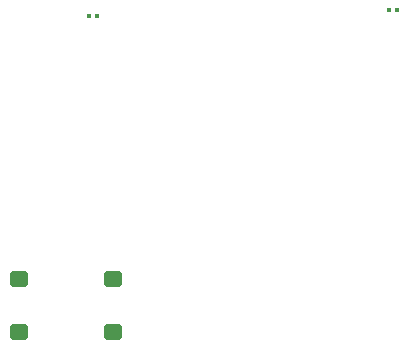
<source format=gbr>
%TF.GenerationSoftware,KiCad,Pcbnew,9.0.6*%
%TF.CreationDate,2025-12-01T20:06:07-08:00*%
%TF.ProjectId,3.4,332e342e-6b69-4636-9164-5f7063625858,rev?*%
%TF.SameCoordinates,Original*%
%TF.FileFunction,Paste,Top*%
%TF.FilePolarity,Positive*%
%FSLAX46Y46*%
G04 Gerber Fmt 4.6, Leading zero omitted, Abs format (unit mm)*
G04 Created by KiCad (PCBNEW 9.0.6) date 2025-12-01 20:06:07*
%MOMM*%
%LPD*%
G01*
G04 APERTURE LIST*
G04 Aperture macros list*
%AMRoundRect*
0 Rectangle with rounded corners*
0 $1 Rounding radius*
0 $2 $3 $4 $5 $6 $7 $8 $9 X,Y pos of 4 corners*
0 Add a 4 corners polygon primitive as box body*
4,1,4,$2,$3,$4,$5,$6,$7,$8,$9,$2,$3,0*
0 Add four circle primitives for the rounded corners*
1,1,$1+$1,$2,$3*
1,1,$1+$1,$4,$5*
1,1,$1+$1,$6,$7*
1,1,$1+$1,$8,$9*
0 Add four rect primitives between the rounded corners*
20,1,$1+$1,$2,$3,$4,$5,0*
20,1,$1+$1,$4,$5,$6,$7,0*
20,1,$1+$1,$6,$7,$8,$9,0*
20,1,$1+$1,$8,$9,$2,$3,0*%
G04 Aperture macros list end*
%ADD10RoundRect,0.250000X-0.525000X-0.400000X0.525000X-0.400000X0.525000X0.400000X-0.525000X0.400000X0*%
%ADD11RoundRect,0.079500X-0.079500X-0.100500X0.079500X-0.100500X0.079500X0.100500X-0.079500X0.100500X0*%
G04 APERTURE END LIST*
D10*
%TO.C,SW1*%
X56520000Y-94250000D03*
X64480000Y-94250000D03*
X56520000Y-98750000D03*
X64480000Y-98750000D03*
%TD*%
D11*
%TO.C,R2*%
X87835000Y-71500000D03*
X88525000Y-71500000D03*
%TD*%
%TO.C,D1*%
X62475000Y-72000000D03*
X63165000Y-72000000D03*
%TD*%
M02*

</source>
